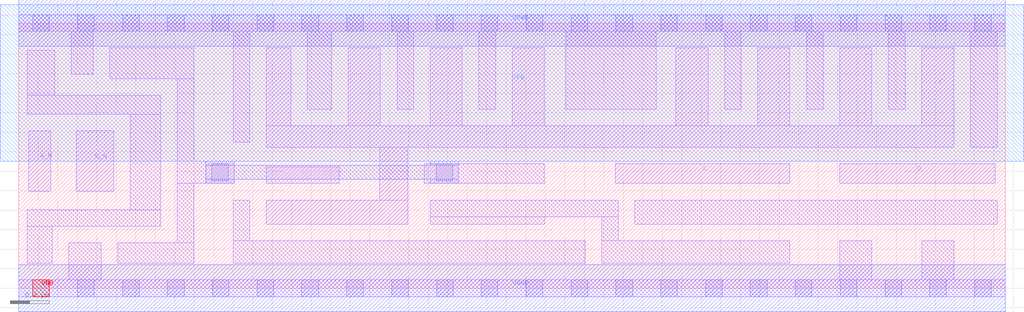
<source format=lef>
# Copyright 2020 The SkyWater PDK Authors
#
# Licensed under the Apache License, Version 2.0 (the "License");
# you may not use this file except in compliance with the License.
# You may obtain a copy of the License at
#
#     https://www.apache.org/licenses/LICENSE-2.0
#
# Unless required by applicable law or agreed to in writing, software
# distributed under the License is distributed on an "AS IS" BASIS,
# WITHOUT WARRANTIES OR CONDITIONS OF ANY KIND, either express or implied.
# See the License for the specific language governing permissions and
# limitations under the License.
#
# SPDX-License-Identifier: Apache-2.0

VERSION 5.7 ;
  NOWIREEXTENSIONATPIN ON ;
  DIVIDERCHAR "/" ;
  BUSBITCHARS "[]" ;
MACRO sky130_fd_sc_hd__nand4bb_4
  CLASS CORE ;
  FOREIGN sky130_fd_sc_hd__nand4bb_4 ;
  ORIGIN  0.000000  0.000000 ;
  SIZE  10.12000 BY  2.720000 ;
  SYMMETRY X Y R90 ;
  SITE unithd ;
  PIN A_N
    ANTENNAGATEAREA  0.247500 ;
    DIRECTION INPUT ;
    USE SIGNAL ;
    PORT
      LAYER li1 ;
        RECT 0.100000 0.995000 0.330000 1.615000 ;
    END
  END A_N
  PIN B_N
    ANTENNAGATEAREA  0.247500 ;
    DIRECTION INPUT ;
    USE SIGNAL ;
    PORT
      LAYER li1 ;
        RECT 0.590000 0.995000 0.975000 1.615000 ;
    END
  END B_N
  PIN C
    ANTENNAGATEAREA  0.990000 ;
    DIRECTION INPUT ;
    USE SIGNAL ;
    PORT
      LAYER li1 ;
        RECT 6.120000 1.075000 7.910000 1.275000 ;
    END
  END C
  PIN D
    ANTENNAGATEAREA  0.990000 ;
    DIRECTION INPUT ;
    USE SIGNAL ;
    PORT
      LAYER li1 ;
        RECT 8.420000 1.075000 10.015000 1.275000 ;
    END
  END D
  PIN Y
    ANTENNADIFFAREA  2.511000 ;
    DIRECTION OUTPUT ;
    USE SIGNAL ;
    PORT
      LAYER li1 ;
        RECT 2.540000 0.655000 3.990000 0.905000 ;
        RECT 2.540000 1.445000 9.590000 1.665000 ;
        RECT 2.540000 1.665000 2.790000 2.465000 ;
        RECT 3.380000 1.665000 3.710000 2.465000 ;
        RECT 3.700000 0.905000 3.990000 1.445000 ;
        RECT 4.220000 1.665000 4.550000 2.465000 ;
        RECT 5.060000 1.665000 5.390000 2.465000 ;
        RECT 6.740000 1.665000 7.070000 2.465000 ;
        RECT 7.580000 1.665000 7.910000 2.465000 ;
        RECT 8.420000 1.665000 8.750000 2.465000 ;
        RECT 9.260000 1.665000 9.590000 2.465000 ;
    END
  END Y
  PIN VGND
    DIRECTION INOUT ;
    SHAPE ABUTMENT ;
    USE GROUND ;
    PORT
      LAYER met1 ;
        RECT 0.000000 -0.240000 10.120000 0.240000 ;
    END
  END VGND
  PIN VNB
    DIRECTION INOUT ;
    USE GROUND ;
    PORT
      LAYER pwell ;
        RECT 0.145000 -0.085000 0.315000 0.085000 ;
    END
  END VNB
  PIN VPB
    DIRECTION INOUT ;
    USE POWER ;
    PORT
      LAYER nwell ;
        RECT -0.190000 1.305000 10.310000 2.910000 ;
    END
  END VPB
  PIN VPWR
    DIRECTION INOUT ;
    SHAPE ABUTMENT ;
    USE POWER ;
    PORT
      LAYER met1 ;
        RECT 0.000000 2.480000 10.120000 2.960000 ;
    END
  END VPWR
  OBS
    LAYER li1 ;
      RECT 0.000000 -0.085000 10.120000 0.085000 ;
      RECT 0.000000  2.635000 10.120000 2.805000 ;
      RECT 0.085000  0.255000  0.345000 0.635000 ;
      RECT 0.085000  0.635000  1.455000 0.805000 ;
      RECT 0.085000  1.785000  1.455000 1.980000 ;
      RECT 0.085000  1.980000  0.370000 2.440000 ;
      RECT 0.515000  0.085000  0.845000 0.465000 ;
      RECT 0.540000  2.195000  0.765000 2.635000 ;
      RECT 0.935000  2.150000  1.795000 2.465000 ;
      RECT 1.015000  0.255000  1.795000 0.465000 ;
      RECT 1.145000  0.805000  1.455000 1.785000 ;
      RECT 1.625000  0.465000  1.795000 1.075000 ;
      RECT 1.625000  1.075000  2.210000 1.305000 ;
      RECT 1.625000  1.305000  1.795000 2.150000 ;
      RECT 2.200000  0.255000  5.810000 0.485000 ;
      RECT 2.200000  0.485000  2.370000 0.905000 ;
      RECT 2.200000  1.495000  2.370000 2.635000 ;
      RECT 2.540000  1.075000  3.285000 1.245000 ;
      RECT 2.960000  1.835000  3.210000 2.635000 ;
      RECT 3.880000  1.835000  4.050000 2.635000 ;
      RECT 4.160000  1.075000  5.390000 1.275000 ;
      RECT 4.220000  0.655000  5.390000 0.735000 ;
      RECT 4.220000  0.735000  6.150000 0.905000 ;
      RECT 4.720000  1.835000  4.890000 2.635000 ;
      RECT 5.610000  1.835000  6.540000 2.635000 ;
      RECT 5.980000  0.255000  7.910000 0.485000 ;
      RECT 5.980000  0.485000  6.150000 0.735000 ;
      RECT 6.320000  0.655000 10.035000 0.905000 ;
      RECT 7.240000  1.835000  7.410000 2.635000 ;
      RECT 8.080000  1.835000  8.250000 2.635000 ;
      RECT 8.420000  0.085000  8.750000 0.485000 ;
      RECT 8.920000  1.835000  9.090000 2.635000 ;
      RECT 9.260000  0.085000  9.590000 0.485000 ;
      RECT 9.760000  1.445000 10.035000 2.635000 ;
    LAYER mcon ;
      RECT 0.145000 -0.085000 0.315000 0.085000 ;
      RECT 0.145000  2.635000 0.315000 2.805000 ;
      RECT 0.605000 -0.085000 0.775000 0.085000 ;
      RECT 0.605000  2.635000 0.775000 2.805000 ;
      RECT 1.065000 -0.085000 1.235000 0.085000 ;
      RECT 1.065000  2.635000 1.235000 2.805000 ;
      RECT 1.525000 -0.085000 1.695000 0.085000 ;
      RECT 1.525000  2.635000 1.695000 2.805000 ;
      RECT 1.980000  1.105000 2.150000 1.275000 ;
      RECT 1.985000 -0.085000 2.155000 0.085000 ;
      RECT 1.985000  2.635000 2.155000 2.805000 ;
      RECT 2.445000 -0.085000 2.615000 0.085000 ;
      RECT 2.445000  2.635000 2.615000 2.805000 ;
      RECT 2.905000 -0.085000 3.075000 0.085000 ;
      RECT 2.905000  2.635000 3.075000 2.805000 ;
      RECT 3.365000 -0.085000 3.535000 0.085000 ;
      RECT 3.365000  2.635000 3.535000 2.805000 ;
      RECT 3.825000 -0.085000 3.995000 0.085000 ;
      RECT 3.825000  2.635000 3.995000 2.805000 ;
      RECT 4.280000  1.105000 4.450000 1.275000 ;
      RECT 4.285000 -0.085000 4.455000 0.085000 ;
      RECT 4.285000  2.635000 4.455000 2.805000 ;
      RECT 4.745000 -0.085000 4.915000 0.085000 ;
      RECT 4.745000  2.635000 4.915000 2.805000 ;
      RECT 5.205000 -0.085000 5.375000 0.085000 ;
      RECT 5.205000  2.635000 5.375000 2.805000 ;
      RECT 5.665000 -0.085000 5.835000 0.085000 ;
      RECT 5.665000  2.635000 5.835000 2.805000 ;
      RECT 6.125000 -0.085000 6.295000 0.085000 ;
      RECT 6.125000  2.635000 6.295000 2.805000 ;
      RECT 6.585000 -0.085000 6.755000 0.085000 ;
      RECT 6.585000  2.635000 6.755000 2.805000 ;
      RECT 7.045000 -0.085000 7.215000 0.085000 ;
      RECT 7.045000  2.635000 7.215000 2.805000 ;
      RECT 7.505000 -0.085000 7.675000 0.085000 ;
      RECT 7.505000  2.635000 7.675000 2.805000 ;
      RECT 7.965000 -0.085000 8.135000 0.085000 ;
      RECT 7.965000  2.635000 8.135000 2.805000 ;
      RECT 8.425000 -0.085000 8.595000 0.085000 ;
      RECT 8.425000  2.635000 8.595000 2.805000 ;
      RECT 8.885000 -0.085000 9.055000 0.085000 ;
      RECT 8.885000  2.635000 9.055000 2.805000 ;
      RECT 9.345000 -0.085000 9.515000 0.085000 ;
      RECT 9.345000  2.635000 9.515000 2.805000 ;
      RECT 9.805000 -0.085000 9.975000 0.085000 ;
      RECT 9.805000  2.635000 9.975000 2.805000 ;
    LAYER met1 ;
      RECT 1.920000 1.075000 2.210000 1.120000 ;
      RECT 1.920000 1.120000 4.510000 1.260000 ;
      RECT 1.920000 1.260000 2.210000 1.305000 ;
      RECT 4.220000 1.075000 4.510000 1.120000 ;
      RECT 4.220000 1.260000 4.510000 1.305000 ;
  END
END sky130_fd_sc_hd__nand4bb_4
END LIBRARY

</source>
